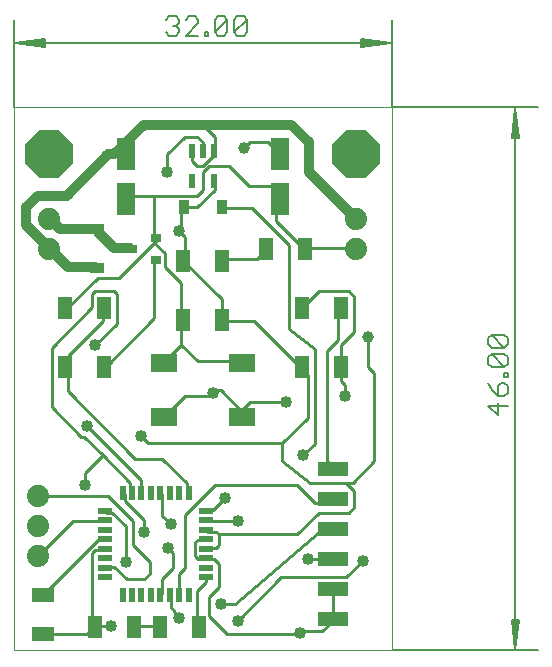
<source format=gtl>
G75*
%MOIN*%
%OFA0B0*%
%FSLAX25Y25*%
%IPPOS*%
%LPD*%
%AMOC8*
5,1,8,0,0,1.08239X$1,22.5*
%
%ADD10C,0.00000*%
%ADD11C,0.00512*%
%ADD12C,0.00600*%
%ADD13R,0.05000X0.07500*%
%ADD14R,0.03500X0.03100*%
%ADD15C,0.07400*%
%ADD16R,0.10000X0.05000*%
%ADD17R,0.09000X0.06000*%
%ADD18R,0.05000X0.02200*%
%ADD19R,0.02200X0.05000*%
%ADD20R,0.02165X0.04724*%
%ADD21R,0.06299X0.11000*%
%ADD22R,0.03583X0.04803*%
%ADD23R,0.07500X0.05000*%
%ADD24R,0.04803X0.03583*%
%ADD25C,0.01000*%
%ADD26C,0.04000*%
%ADD27C,0.03962*%
%ADD28C,0.03200*%
%ADD29OC8,0.15811*%
D10*
X0012958Y0004126D02*
X0012958Y0185228D01*
X0138942Y0185228D01*
X0138942Y0004126D01*
X0012958Y0004126D01*
D11*
X0138942Y0004126D02*
X0187764Y0004126D01*
X0180087Y0004382D02*
X0181111Y0014362D01*
X0181344Y0014362D02*
X0180087Y0004382D01*
X0179064Y0014362D01*
X0178830Y0014362D02*
X0181344Y0014362D01*
X0180599Y0014362D02*
X0180087Y0004382D01*
X0179575Y0014362D01*
X0178830Y0014362D02*
X0180087Y0004382D01*
X0180087Y0184972D01*
X0181111Y0174992D01*
X0181344Y0174992D02*
X0180087Y0184972D01*
X0179064Y0174992D01*
X0178830Y0174992D02*
X0181344Y0174992D01*
X0180599Y0174992D02*
X0180087Y0184972D01*
X0179575Y0174992D01*
X0178830Y0174992D02*
X0180087Y0184972D01*
X0187764Y0185228D02*
X0138942Y0185228D01*
X0138942Y0214165D01*
X0138686Y0206488D02*
X0128706Y0205465D01*
X0128706Y0205231D02*
X0138686Y0206488D01*
X0128706Y0207512D01*
X0128706Y0207745D02*
X0128706Y0205231D01*
X0128706Y0205976D02*
X0138686Y0206488D01*
X0128706Y0207000D01*
X0128706Y0207745D02*
X0138686Y0206488D01*
X0013214Y0206488D01*
X0023194Y0205465D01*
X0023194Y0205231D02*
X0013214Y0206488D01*
X0023194Y0207512D01*
X0023194Y0207745D02*
X0023194Y0205231D01*
X0023194Y0205976D02*
X0013214Y0206488D01*
X0023194Y0207000D01*
X0023194Y0207745D02*
X0013214Y0206488D01*
X0012958Y0214165D02*
X0012958Y0185228D01*
D12*
X0063722Y0210118D02*
X0064790Y0209050D01*
X0066925Y0209050D01*
X0067993Y0210118D01*
X0067993Y0211185D01*
X0066925Y0212253D01*
X0065857Y0212253D01*
X0066925Y0212253D02*
X0067993Y0213320D01*
X0067993Y0214388D01*
X0066925Y0215455D01*
X0064790Y0215455D01*
X0063722Y0214388D01*
X0070168Y0214388D02*
X0071235Y0215455D01*
X0073370Y0215455D01*
X0074438Y0214388D01*
X0074438Y0213320D01*
X0070168Y0209050D01*
X0074438Y0209050D01*
X0076613Y0209050D02*
X0077681Y0209050D01*
X0077681Y0210118D01*
X0076613Y0210118D01*
X0076613Y0209050D01*
X0079836Y0210118D02*
X0079836Y0214388D01*
X0080904Y0215455D01*
X0083039Y0215455D01*
X0084106Y0214388D01*
X0079836Y0210118D01*
X0080904Y0209050D01*
X0083039Y0209050D01*
X0084106Y0210118D01*
X0084106Y0214388D01*
X0086281Y0214388D02*
X0087349Y0215455D01*
X0089484Y0215455D01*
X0090552Y0214388D01*
X0086281Y0210118D01*
X0087349Y0209050D01*
X0089484Y0209050D01*
X0090552Y0210118D01*
X0090552Y0214388D01*
X0086281Y0214388D02*
X0086281Y0210118D01*
X0172187Y0109279D02*
X0171120Y0108211D01*
X0171120Y0106076D01*
X0172187Y0105009D01*
X0176458Y0105009D01*
X0172187Y0109279D01*
X0176458Y0109279D01*
X0177525Y0108211D01*
X0177525Y0106076D01*
X0176458Y0105009D01*
X0176458Y0102833D02*
X0177525Y0101766D01*
X0177525Y0099631D01*
X0176458Y0098563D01*
X0172187Y0102833D01*
X0176458Y0102833D01*
X0176458Y0098563D02*
X0172187Y0098563D01*
X0171120Y0099631D01*
X0171120Y0101766D01*
X0172187Y0102833D01*
X0176458Y0096408D02*
X0177525Y0096408D01*
X0177525Y0095340D01*
X0176458Y0095340D01*
X0176458Y0096408D01*
X0176458Y0093165D02*
X0175390Y0093165D01*
X0174323Y0092098D01*
X0174323Y0088895D01*
X0176458Y0088895D01*
X0177525Y0089962D01*
X0177525Y0092098D01*
X0176458Y0093165D01*
X0172187Y0091030D02*
X0174323Y0088895D01*
X0174323Y0086720D02*
X0174323Y0082449D01*
X0171120Y0085652D01*
X0177525Y0085652D01*
X0172187Y0091030D02*
X0171120Y0093165D01*
D13*
X0121820Y0098614D03*
X0108820Y0098614D03*
X0108820Y0118299D03*
X0121820Y0118299D03*
X0110009Y0137984D03*
X0097009Y0137984D03*
X0082450Y0134047D03*
X0069450Y0134047D03*
X0069450Y0114362D03*
X0082450Y0114362D03*
X0043080Y0118299D03*
X0030080Y0118299D03*
X0030080Y0098614D03*
X0043080Y0098614D03*
X0039923Y0012000D03*
X0052923Y0012000D03*
X0061576Y0012000D03*
X0074576Y0012000D03*
D14*
X0060265Y0134084D03*
X0060265Y0141684D03*
X0052265Y0137884D03*
D15*
X0024769Y0137984D03*
X0024769Y0147984D03*
X0020832Y0055622D03*
X0020832Y0045622D03*
X0020832Y0035622D03*
X0127131Y0137984D03*
X0127131Y0147984D03*
D16*
X0119257Y0064559D03*
X0119257Y0054559D03*
X0119257Y0044559D03*
X0119257Y0034559D03*
X0119257Y0024559D03*
X0119257Y0014559D03*
D17*
X0088950Y0081740D03*
X0088950Y0099740D03*
X0062950Y0099740D03*
X0062950Y0081740D03*
D18*
X0077102Y0050583D03*
X0077102Y0047433D03*
X0077102Y0044283D03*
X0077102Y0041134D03*
X0077102Y0037984D03*
X0077102Y0034835D03*
X0077102Y0031685D03*
X0077102Y0028535D03*
X0043302Y0028535D03*
X0043302Y0031685D03*
X0043302Y0034835D03*
X0043302Y0037984D03*
X0043302Y0041134D03*
X0043302Y0044283D03*
X0043302Y0047433D03*
X0043302Y0050583D03*
D19*
X0049178Y0056459D03*
X0052328Y0056459D03*
X0055478Y0056459D03*
X0058627Y0056459D03*
X0061777Y0056459D03*
X0064926Y0056459D03*
X0068076Y0056459D03*
X0071226Y0056459D03*
X0071226Y0022659D03*
X0068076Y0022659D03*
X0064926Y0022659D03*
X0061777Y0022659D03*
X0058627Y0022659D03*
X0055478Y0022659D03*
X0052328Y0022659D03*
X0049178Y0022659D03*
D20*
X0072210Y0160425D03*
X0079690Y0160425D03*
X0079690Y0170661D03*
X0075950Y0170661D03*
X0072210Y0170661D03*
D21*
X0050360Y0169480D03*
X0050360Y0154543D03*
X0101541Y0154543D03*
X0101541Y0169480D03*
D22*
X0082397Y0151764D03*
X0069503Y0151764D03*
D23*
X0022800Y0022437D03*
X0022800Y0009437D03*
D24*
X0040517Y0131537D03*
X0040517Y0144431D03*
D25*
X0039958Y0144526D01*
X0040517Y0144431D02*
X0040858Y0143626D01*
X0039958Y0131926D02*
X0040517Y0131537D01*
X0040858Y0128326D02*
X0048058Y0128326D01*
X0059758Y0140026D01*
X0063358Y0136426D01*
X0063358Y0131926D01*
X0068758Y0126526D01*
X0068758Y0114826D01*
X0069450Y0114362D01*
X0068758Y0113926D01*
X0068758Y0105826D01*
X0074158Y0100426D01*
X0088558Y0100426D01*
X0088950Y0099740D01*
X0081856Y0090740D02*
X0080056Y0090740D01*
X0079221Y0089906D01*
X0078087Y0088772D01*
X0070045Y0088772D01*
X0063358Y0082085D01*
X0063358Y0081526D01*
X0062950Y0081740D01*
X0055258Y0075563D02*
X0057732Y0073089D01*
X0102452Y0073089D01*
X0111058Y0081694D01*
X0111058Y0095926D01*
X0109258Y0097726D01*
X0108820Y0098614D01*
X0108358Y0098626D01*
X0093058Y0113926D01*
X0083158Y0113926D01*
X0082450Y0114362D01*
X0082258Y0114826D01*
X0082258Y0121126D01*
X0069658Y0133726D01*
X0069450Y0134047D01*
X0070045Y0134642D01*
X0070045Y0141921D01*
X0068076Y0143890D01*
X0068758Y0144572D01*
X0068758Y0151726D01*
X0069503Y0151764D01*
X0073982Y0151764D01*
X0079887Y0157669D01*
X0079887Y0160228D01*
X0079690Y0160425D01*
X0075950Y0157669D02*
X0075950Y0163575D01*
X0077919Y0165543D01*
X0084641Y0165543D01*
X0091258Y0158926D01*
X0099358Y0158926D01*
X0101541Y0154543D01*
X0100258Y0158026D01*
X0100258Y0147226D01*
X0109258Y0138226D01*
X0110009Y0137984D01*
X0110158Y0138226D01*
X0126358Y0138226D01*
X0127131Y0137984D01*
X0127131Y0147984D02*
X0126358Y0148126D01*
X0104758Y0139126D02*
X0104758Y0111226D01*
X0113352Y0104520D01*
X0113352Y0073024D01*
X0109415Y0069087D01*
X0102452Y0067294D02*
X0102452Y0073089D01*
X0102452Y0067294D02*
X0111789Y0059926D01*
X0123658Y0059926D01*
X0125845Y0059926D01*
X0133037Y0067118D01*
X0133037Y0096646D01*
X0131068Y0098614D01*
X0131068Y0108457D01*
X0126358Y0110326D02*
X0126358Y0122026D01*
X0124558Y0123826D01*
X0114658Y0123826D01*
X0109258Y0118426D01*
X0108820Y0118299D01*
X0120958Y0117526D02*
X0120958Y0107626D01*
X0117358Y0104026D01*
X0117358Y0067126D01*
X0119158Y0065326D01*
X0119257Y0064559D01*
X0123658Y0059926D02*
X0126358Y0057226D01*
X0126358Y0051826D01*
X0124558Y0050026D01*
X0114658Y0050026D01*
X0107458Y0042826D01*
X0081358Y0042826D01*
X0080458Y0043726D01*
X0077758Y0043726D01*
X0077102Y0044283D01*
X0077758Y0047326D02*
X0077102Y0047433D01*
X0077758Y0047326D02*
X0087489Y0047326D01*
X0081358Y0042826D02*
X0081358Y0039226D01*
X0080458Y0038326D01*
X0077758Y0038326D01*
X0077102Y0037984D01*
X0076858Y0041026D02*
X0074158Y0041026D01*
X0073258Y0040126D01*
X0073258Y0035626D01*
X0074158Y0034726D01*
X0076858Y0034726D01*
X0077102Y0034835D01*
X0077758Y0034726D01*
X0079558Y0034726D01*
X0081358Y0032926D01*
X0081358Y0025282D01*
X0077919Y0021843D01*
X0077919Y0015431D01*
X0083824Y0009526D01*
X0107846Y0009526D01*
X0108352Y0010031D01*
X0108746Y0010426D01*
X0115558Y0010426D01*
X0119158Y0014026D01*
X0119257Y0014559D01*
X0119158Y0014926D01*
X0119158Y0023926D01*
X0119257Y0024559D01*
X0123658Y0028426D02*
X0102058Y0028426D01*
X0087658Y0014026D01*
X0086589Y0019594D02*
X0114658Y0043726D01*
X0119158Y0043726D01*
X0119257Y0044559D01*
X0118037Y0053339D02*
X0113352Y0053339D01*
X0107446Y0059244D01*
X0079887Y0059244D01*
X0070045Y0049402D01*
X0070045Y0031685D01*
X0068076Y0029717D01*
X0068076Y0022659D01*
X0065158Y0022126D02*
X0065158Y0018526D01*
X0068076Y0014757D01*
X0073982Y0012594D02*
X0074576Y0012000D01*
X0073982Y0012594D02*
X0073982Y0023811D01*
X0077102Y0026931D01*
X0077102Y0028535D01*
X0082089Y0019594D02*
X0086589Y0019594D01*
X0077102Y0041134D02*
X0076858Y0041026D01*
X0077102Y0050583D02*
X0077758Y0050926D01*
X0079221Y0050926D01*
X0083158Y0054863D01*
X0071226Y0056459D02*
X0070558Y0057226D01*
X0070558Y0059926D01*
X0062458Y0068026D01*
X0053458Y0068026D01*
X0030958Y0090526D01*
X0030958Y0097726D01*
X0030080Y0098614D01*
X0030958Y0098626D01*
X0030958Y0102226D01*
X0042658Y0113926D01*
X0042658Y0117526D01*
X0043080Y0118299D01*
X0039058Y0118426D02*
X0039058Y0122926D01*
X0039958Y0123826D01*
X0046258Y0123826D01*
X0047158Y0122926D01*
X0047158Y0113026D01*
X0039958Y0105826D01*
X0043080Y0098614D02*
X0043558Y0098626D01*
X0059758Y0114826D01*
X0059758Y0133726D01*
X0060265Y0134084D01*
X0059758Y0140026D02*
X0060658Y0140926D01*
X0060265Y0141684D01*
X0059758Y0141826D01*
X0059758Y0155257D01*
X0060202Y0155701D01*
X0051517Y0155701D01*
X0050360Y0154543D01*
X0052558Y0158026D01*
X0060202Y0155701D02*
X0073982Y0155701D01*
X0075950Y0157669D01*
X0082397Y0151764D02*
X0083158Y0151726D01*
X0092158Y0151726D01*
X0104758Y0139126D01*
X0097009Y0137984D02*
X0096658Y0137326D01*
X0093958Y0134626D01*
X0083158Y0134626D01*
X0082450Y0134047D01*
X0069450Y0134047D02*
X0068758Y0134626D01*
X0052265Y0137884D02*
X0051658Y0138226D01*
X0040858Y0128326D02*
X0030958Y0118426D01*
X0030080Y0118299D01*
X0039058Y0118426D02*
X0025558Y0104926D01*
X0025558Y0085126D01*
X0035458Y0075226D01*
X0036358Y0075226D01*
X0042491Y0069093D01*
X0036580Y0063181D01*
X0036580Y0059244D01*
X0044458Y0055426D02*
X0021058Y0055426D01*
X0020832Y0055622D01*
X0032758Y0047326D02*
X0021058Y0035626D01*
X0020832Y0035622D01*
X0022858Y0023026D02*
X0022800Y0022437D01*
X0022858Y0023026D02*
X0040858Y0041026D01*
X0042658Y0041026D01*
X0043302Y0041134D01*
X0043302Y0037984D02*
X0042658Y0037426D01*
X0039958Y0037426D01*
X0039058Y0036526D01*
X0039058Y0012226D01*
X0039923Y0012000D01*
X0039958Y0012226D01*
X0045189Y0012226D01*
X0039923Y0012000D02*
X0039058Y0011326D01*
X0037258Y0009526D01*
X0022858Y0009526D01*
X0022800Y0009437D01*
X0043302Y0031685D02*
X0043558Y0032026D01*
X0046258Y0032026D01*
X0050536Y0027748D01*
X0056265Y0027748D01*
X0058234Y0029717D01*
X0058234Y0033654D01*
X0052558Y0039329D01*
X0052558Y0047326D01*
X0044458Y0055426D01*
X0043302Y0050583D02*
X0043558Y0050026D01*
X0045798Y0050026D01*
X0050360Y0045465D01*
X0050360Y0033654D01*
X0056265Y0043496D02*
X0056265Y0047433D01*
X0049858Y0053840D01*
X0049858Y0056326D01*
X0049178Y0056459D01*
X0051658Y0057226D02*
X0052328Y0056459D01*
X0051658Y0057226D02*
X0051658Y0059926D01*
X0042491Y0069093D01*
X0037258Y0078826D02*
X0055258Y0060826D01*
X0055258Y0057226D01*
X0055478Y0056459D01*
X0061777Y0056459D02*
X0062458Y0056326D01*
X0062458Y0048957D01*
X0065158Y0046257D01*
X0064426Y0038157D02*
X0066108Y0036476D01*
X0066108Y0031685D01*
X0062458Y0028035D01*
X0062458Y0023026D01*
X0061777Y0022659D01*
X0064926Y0022659D02*
X0065158Y0022126D01*
X0061558Y0012226D02*
X0061576Y0012000D01*
X0061558Y0012226D02*
X0053458Y0012226D01*
X0052923Y0012000D01*
X0043302Y0047433D02*
X0042658Y0047326D01*
X0032758Y0047326D01*
X0062950Y0099740D02*
X0063358Y0100426D01*
X0068758Y0105826D01*
X0081856Y0090740D02*
X0088558Y0084038D01*
X0088558Y0081526D01*
X0088950Y0081740D01*
X0089458Y0081526D01*
X0089458Y0084563D01*
X0091698Y0086803D01*
X0103509Y0086803D01*
X0121858Y0094045D02*
X0123194Y0092709D01*
X0123194Y0088772D01*
X0121858Y0094045D02*
X0121858Y0097726D01*
X0121820Y0098614D01*
X0121858Y0098626D01*
X0121858Y0105826D01*
X0126358Y0110326D01*
X0120958Y0117526D02*
X0121820Y0118299D01*
X0101541Y0169480D02*
X0097604Y0173417D01*
X0091698Y0173417D01*
X0089730Y0171449D01*
X0079887Y0170858D02*
X0079690Y0170661D01*
X0079887Y0170465D01*
X0079887Y0169480D01*
X0075950Y0165543D01*
X0073982Y0165543D01*
X0072210Y0167315D01*
X0072210Y0170661D01*
X0075950Y0170661D02*
X0075950Y0173417D01*
X0073982Y0175386D01*
X0070045Y0175386D01*
X0064139Y0169480D01*
X0064139Y0163575D01*
X0050360Y0169480D02*
X0051658Y0173326D01*
X0052558Y0173326D02*
X0050360Y0169480D01*
X0056265Y0179323D02*
X0075950Y0179323D01*
X0079887Y0175386D01*
X0079887Y0170858D01*
X0100258Y0173326D02*
X0101541Y0169480D01*
X0025558Y0147226D02*
X0024769Y0147984D01*
X0024658Y0138226D02*
X0024769Y0137984D01*
X0025558Y0137326D01*
X0111058Y0034726D02*
X0119158Y0034726D01*
X0119257Y0034559D01*
X0123658Y0028426D02*
X0129226Y0033994D01*
X0118037Y0053339D02*
X0119257Y0054559D01*
X0119158Y0054526D01*
D26*
X0109415Y0069087D03*
X0103509Y0086803D03*
X0123194Y0088772D03*
X0087489Y0047326D03*
X0083158Y0054863D03*
X0065158Y0046257D03*
X0064426Y0038157D03*
X0056265Y0043496D03*
X0050360Y0033654D03*
X0045189Y0012226D03*
X0068076Y0014757D03*
X0082089Y0019594D03*
X0087658Y0014026D03*
X0108352Y0010031D03*
X0111058Y0034726D03*
X0129226Y0033994D03*
X0079221Y0089906D03*
X0055258Y0075563D03*
X0037258Y0078826D03*
X0036580Y0059244D03*
X0039958Y0105826D03*
X0068076Y0143890D03*
X0064139Y0163575D03*
D27*
X0089730Y0171449D03*
X0131068Y0108457D03*
D28*
X0127131Y0147984D02*
X0121383Y0153732D01*
X0121226Y0153732D01*
X0111383Y0163575D01*
X0111383Y0173417D01*
X0105478Y0179323D01*
X0056265Y0179323D01*
X0046423Y0169480D01*
X0044454Y0169480D01*
X0030675Y0155701D01*
X0020832Y0155701D01*
X0016895Y0151764D01*
X0016895Y0145858D01*
X0024527Y0138226D01*
X0024658Y0138226D01*
X0025558Y0137326D02*
X0030958Y0131926D01*
X0039958Y0131926D01*
X0046258Y0138226D02*
X0040858Y0143626D01*
X0039958Y0144526D02*
X0028258Y0144526D01*
X0025558Y0147226D01*
X0046258Y0138226D02*
X0051658Y0138226D01*
D29*
X0024769Y0169480D03*
X0127131Y0169480D03*
M02*

</source>
